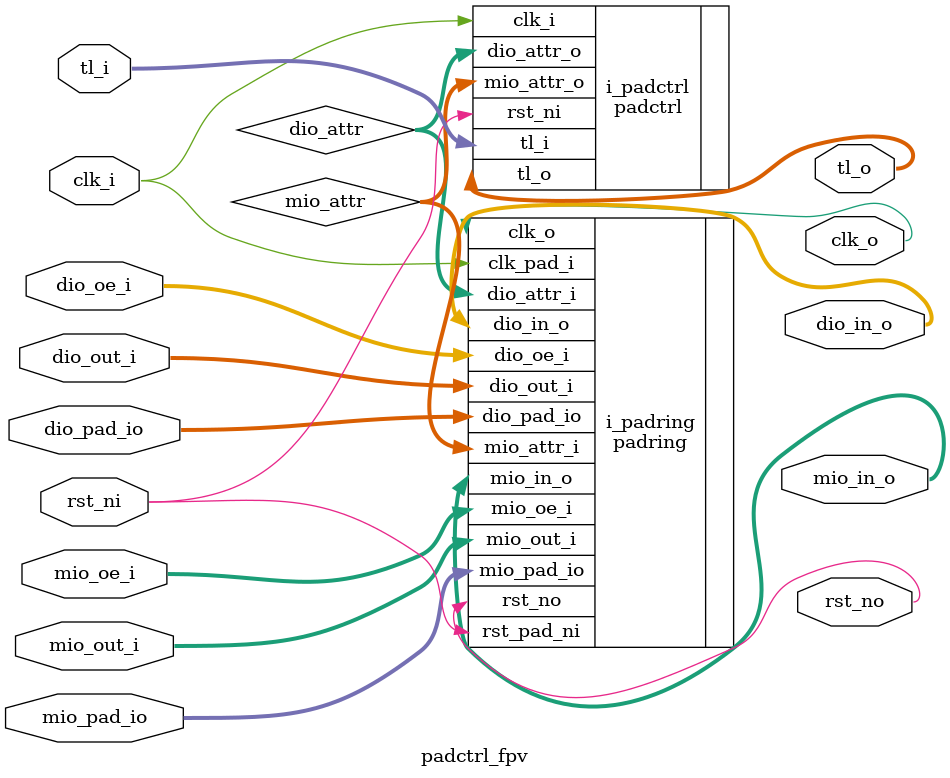
<source format=v>
module padctrl_fpv (
	clk_i,
	rst_ni,
	clk_o,
	rst_no,
	tl_i,
	tl_o,
	mio_pad_io,
	dio_pad_io,
	mio_out_i,
	mio_oe_i,
	mio_in_o,
	dio_out_i,
	dio_oe_i,
	dio_in_o
);
	localparam signed [31:0] padctrl_reg_pkg_NDioPads = 4;
	localparam signed [31:0] padctrl_reg_pkg_NMioPads = 16;
	localparam signed [31:0] padctrl_reg_pkg_AttrDw = 8;
	localparam prim_pkg_ImplGeneric = 0;
	localparam top_pkg_TL_AW = 32;
	localparam top_pkg_TL_DW = 32;
	localparam top_pkg_TL_AIW = 8;
	localparam top_pkg_TL_DIW = 1;
	localparam top_pkg_TL_DUW = 16;
	localparam top_pkg_TL_DBW = (top_pkg_TL_DW >> 3);
	localparam top_pkg_TL_SZW = $clog2(($clog2((32 >> 3)) + 1));
	parameter integer Impl = prim_pkg_ImplGeneric;
	input wire clk_i;
	input wire rst_ni;
	output wire clk_o;
	output wire rst_no;
	input wire [(((((((7 + (((top_pkg_TL_SZW - 1) >= 0) ? top_pkg_TL_SZW : (2 - top_pkg_TL_SZW))) + top_pkg_TL_AIW) + top_pkg_TL_AW) + (((top_pkg_TL_DBW - 1) >= 0) ? top_pkg_TL_DBW : (2 - top_pkg_TL_DBW))) + top_pkg_TL_DW) + 17) - 1):0] tl_i;
	output wire [(((((((7 + (((top_pkg_TL_SZW - 1) >= 0) ? top_pkg_TL_SZW : (2 - top_pkg_TL_SZW))) + top_pkg_TL_AIW) + top_pkg_TL_DIW) + top_pkg_TL_DW) + top_pkg_TL_DUW) + 2) - 1):0] tl_o;
	inout wire [(padctrl_reg_pkg_NMioPads - 1):0] mio_pad_io;
	inout wire [(padctrl_reg_pkg_NDioPads - 1):0] dio_pad_io;
	input [(padctrl_reg_pkg_NMioPads - 1):0] mio_out_i;
	input [(padctrl_reg_pkg_NMioPads - 1):0] mio_oe_i;
	output wire [(padctrl_reg_pkg_NMioPads - 1):0] mio_in_o;
	input [(padctrl_reg_pkg_NDioPads - 1):0] dio_out_i;
	input [(padctrl_reg_pkg_NDioPads - 1):0] dio_oe_i;
	output wire [(padctrl_reg_pkg_NDioPads - 1):0] dio_in_o;
	wire [((padctrl_reg_pkg_NMioPads * padctrl_reg_pkg_AttrDw) + -1):0] mio_attr;
	wire [((padctrl_reg_pkg_NDioPads * padctrl_reg_pkg_AttrDw) + -1):0] dio_attr;
	padctrl #(.Impl(Impl)) i_padctrl(
		.clk_i(clk_i),
		.rst_ni(rst_ni),
		.tl_i(tl_i),
		.tl_o(tl_o),
		.mio_attr_o(mio_attr),
		.dio_attr_o(dio_attr)
	);
	padring #(.Impl(Impl)) i_padring(
		.clk_pad_i(clk_i),
		.rst_pad_ni(rst_ni),
		.clk_o(clk_o),
		.rst_no(rst_no),
		.mio_pad_io(mio_pad_io),
		.dio_pad_io(dio_pad_io),
		.mio_out_i(mio_out_i),
		.mio_oe_i(mio_oe_i),
		.mio_in_o(mio_in_o),
		.dio_out_i(dio_out_i),
		.dio_oe_i(dio_oe_i),
		.dio_in_o(dio_in_o),
		.mio_attr_i(mio_attr),
		.dio_attr_i(dio_attr)
	);
endmodule

</source>
